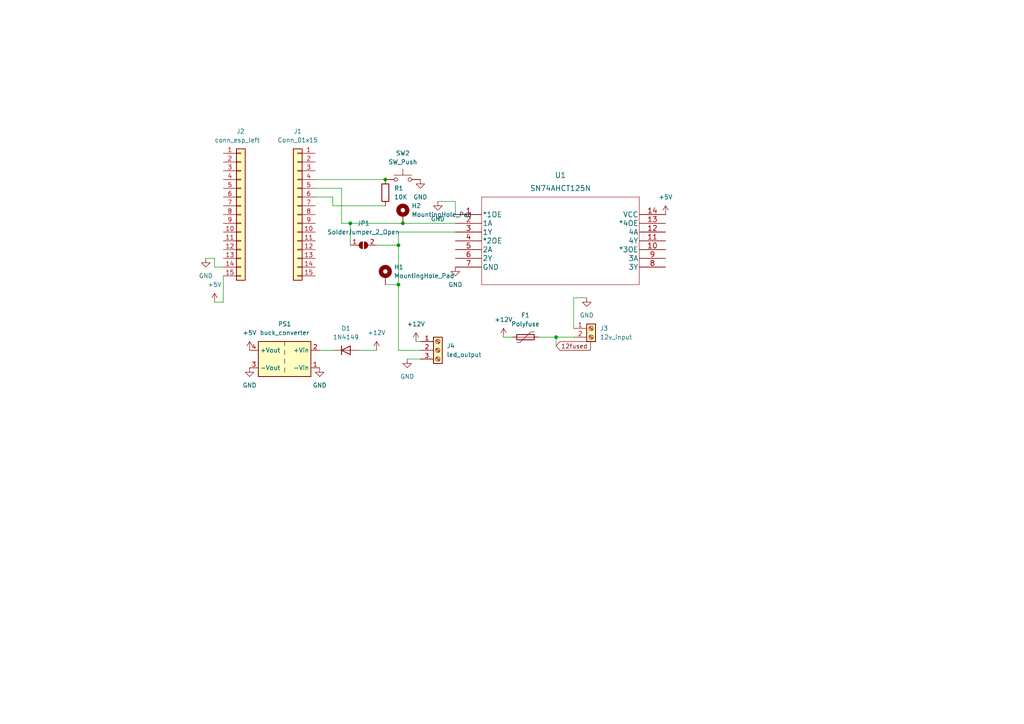
<source format=kicad_sch>
(kicad_sch (version 20211123) (generator eeschema)
  (paper "A4")
  (title_block (title "wled"))
  (lib_symbols
    (symbol "2022-02-15_16-55-44:SN74AHCT125N" (pin_names (offset 0.254))
      (property "Reference" "U" (at 30.48 10.16 0))
      (property "Value" "SN74AHCT125N" (at 30.48 7.62 0))
      (symbol "SN74AHCT125N_1_1"
        (polyline (pts (xy 7.62 -20.32) (xy 53.34 -20.32)) (stroke (width 0.127)))
        (polyline (pts (xy 7.62 5.08) (xy 7.62 -20.32)) (stroke (width 0.127)))
        (polyline (pts (xy 53.34 -20.32) (xy 53.34 5.08)) (stroke (width 0.127)))
        (polyline (pts (xy 53.34 5.08) (xy 7.62 5.08)) (stroke (width 0.127)))
        (pin input line (at 0 0 0) (length 7.62) (name "*1OE") (number "1"))
        (pin input line (at 60.96 -10.16 180) (length 7.62) (name "*3OE") (number "10"))
        (pin unspecified line (at 60.96 -7.62 180) (length 7.62) (name "4Y") (number "11"))
        (pin input line (at 60.96 -5.08 180) (length 7.62) (name "4A") (number "12"))
        (pin input line (at 60.96 -2.54 180) (length 7.62) (name "*4OE") (number "13"))
        (pin power_in line (at 60.96 0 180) (length 7.62) (name "VCC") (number "14"))
        (pin input line (at 0 -2.54 0) (length 7.62) (name "1A") (number "2"))
        (pin unspecified line (at 0 -5.08 0) (length 7.62) (name "1Y") (number "3"))
        (pin input line (at 0 -7.62 0) (length 7.62) (name "*2OE") (number "4"))
        (pin input line (at 0 -10.16 0) (length 7.62) (name "2A") (number "5"))
        (pin unspecified line (at 0 -12.7 0) (length 7.62) (name "2Y") (number "6"))
        (pin power_in line (at 0 -15.24 0) (length 7.62) (name "GND") (number "7"))
        (pin unspecified line (at 60.96 -15.24 180) (length 7.62) (name "3Y") (number "8"))
        (pin input line (at 60.96 -12.7 180) (length 7.62) (name "3A") (number "9"))
      )
    )
    (symbol "Connector:Screw_Terminal_01x02" (pin_names (offset 1.016) hide)
      (property "Reference" "J" (at 0 2.54 0))
      (property "Value" "Screw_Terminal_01x02" (at 0 -5.08 0))
      (symbol "Screw_Terminal_01x02_1_1"
        (rectangle (start -1.27 1.27) (end 1.27 -3.81) (stroke (width 0.254)) (fill (type background)))
        (circle (center 0 -2.54) (radius 0.635) (stroke (width 0.1524)))
        (polyline (pts (xy -0.5334 -2.2098) (xy 0.3302 -3.048)) (stroke (width 0.1524)))
        (polyline (pts (xy -0.5334 0.3302) (xy 0.3302 -0.508)) (stroke (width 0.1524)))
        (polyline (pts (xy -0.3556 -2.032) (xy 0.508 -2.8702)) (stroke (width 0.1524)))
        (polyline (pts (xy -0.3556 0.508) (xy 0.508 -0.3302)) (stroke (width 0.1524)))
        (circle (center 0 0) (radius 0.635) (stroke (width 0.1524)))
        (pin passive line (at -5.08 0 0) (length 3.81) (name "Pin_1") (number "1"))
        (pin passive line (at -5.08 -2.54 0) (length 3.81) (name "Pin_2") (number "2"))
      )
    )
    (symbol "Connector:Screw_Terminal_01x03" (pin_names (offset 1.016) hide)
      (property "Reference" "J" (at 0 5.08 0))
      (property "Value" "Screw_Terminal_01x03" (at 0 -5.08 0))
      (symbol "Screw_Terminal_01x03_1_1"
        (rectangle (start -1.27 3.81) (end 1.27 -3.81) (stroke (width 0.254)) (fill (type background)))
        (circle (center 0 -2.54) (radius 0.635) (stroke (width 0.1524)))
        (polyline (pts (xy -0.5334 -2.2098) (xy 0.3302 -3.048)) (stroke (width 0.1524)))
        (polyline (pts (xy -0.5334 0.3302) (xy 0.3302 -0.508)) (stroke (width 0.1524)))
        (polyline (pts (xy -0.5334 2.8702) (xy 0.3302 2.032)) (stroke (width 0.1524)))
        (polyline (pts (xy -0.3556 -2.032) (xy 0.508 -2.8702)) (stroke (width 0.1524)))
        (polyline (pts (xy -0.3556 0.508) (xy 0.508 -0.3302)) (stroke (width 0.1524)))
        (polyline (pts (xy -0.3556 3.048) (xy 0.508 2.2098)) (stroke (width 0.1524)))
        (circle (center 0 0) (radius 0.635) (stroke (width 0.1524)))
        (circle (center 0 2.54) (radius 0.635) (stroke (width 0.1524)))
        (pin passive line (at -5.08 2.54 0) (length 3.81) (name "Pin_1") (number "1"))
        (pin passive line (at -5.08 0 0) (length 3.81) (name "Pin_2") (number "2"))
        (pin passive line (at -5.08 -2.54 0) (length 3.81) (name "Pin_3") (number "3"))
      )
    )
    (symbol "Connector_Generic:Conn_01x15" (pin_names (offset 1.016) hide)
      (property "Reference" "J" (at 0 20.32 0))
      (property "Value" "Conn_01x15" (at 0 -20.32 0))
      (symbol "Conn_01x15_1_1"
        (rectangle (start -1.27 -17.653) (end 0 -17.907) (stroke (width 0.1524)))
        (rectangle (start -1.27 -15.113) (end 0 -15.367) (stroke (width 0.1524)))
        (rectangle (start -1.27 -12.573) (end 0 -12.827) (stroke (width 0.1524)))
        (rectangle (start -1.27 -10.033) (end 0 -10.287) (stroke (width 0.1524)))
        (rectangle (start -1.27 -7.493) (end 0 -7.747) (stroke (width 0.1524)))
        (rectangle (start -1.27 -4.953) (end 0 -5.207) (stroke (width 0.1524)))
        (rectangle (start -1.27 -2.413) (end 0 -2.667) (stroke (width 0.1524)))
        (rectangle (start -1.27 0.127) (end 0 -0.127) (stroke (width 0.1524)))
        (rectangle (start -1.27 2.667) (end 0 2.413) (stroke (width 0.1524)))
        (rectangle (start -1.27 5.207) (end 0 4.953) (stroke (width 0.1524)))
        (rectangle (start -1.27 7.747) (end 0 7.493) (stroke (width 0.1524)))
        (rectangle (start -1.27 10.287) (end 0 10.033) (stroke (width 0.1524)))
        (rectangle (start -1.27 12.827) (end 0 12.573) (stroke (width 0.1524)))
        (rectangle (start -1.27 15.367) (end 0 15.113) (stroke (width 0.1524)))
        (rectangle (start -1.27 17.907) (end 0 17.653) (stroke (width 0.1524)))
        (rectangle (start -1.27 19.05) (end 1.27 -19.05) (stroke (width 0.254)) (fill (type background)))
        (pin passive line (at -5.08 17.78 0) (length 3.81) (name "Pin_1") (number "1"))
        (pin passive line (at -5.08 -5.08 0) (length 3.81) (name "Pin_10") (number "10"))
        (pin passive line (at -5.08 -7.62 0) (length 3.81) (name "Pin_11") (number "11"))
        (pin passive line (at -5.08 -10.16 0) (length 3.81) (name "Pin_12") (number "12"))
        (pin passive line (at -5.08 -12.7 0) (length 3.81) (name "Pin_13") (number "13"))
        (pin passive line (at -5.08 -15.24 0) (length 3.81) (name "Pin_14") (number "14"))
        (pin passive line (at -5.08 -17.78 0) (length 3.81) (name "Pin_15") (number "15"))
        (pin passive line (at -5.08 15.24 0) (length 3.81) (name "Pin_2") (number "2"))
        (pin passive line (at -5.08 12.7 0) (length 3.81) (name "Pin_3") (number "3"))
        (pin passive line (at -5.08 10.16 0) (length 3.81) (name "Pin_4") (number "4"))
        (pin passive line (at -5.08 7.62 0) (length 3.81) (name "Pin_5") (number "5"))
        (pin passive line (at -5.08 5.08 0) (length 3.81) (name "Pin_6") (number "6"))
        (pin passive line (at -5.08 2.54 0) (length 3.81) (name "Pin_7") (number "7"))
        (pin passive line (at -5.08 0 0) (length 3.81) (name "Pin_8") (number "8"))
        (pin passive line (at -5.08 -2.54 0) (length 3.81) (name "Pin_9") (number "9"))
      )
    )
    (symbol "Converter_DCDC:MEE1S1205SC"
      (property "Reference" "PS" (at -7.62 6.35 0))
      (property "Value" "MEE1S1205SC" (at 1.27 6.35 0))
      (symbol "MEE1S1205SC_0_0"
        (pin power_in line (at -10.16 -2.54 0) (length 2.54) (name "-Vin") (number "1"))
        (pin power_in line (at -10.16 2.54 0) (length 2.54) (name "+Vin") (number "2"))
        (pin power_out line (at 10.16 -2.54 180) (length 2.54) (name "-Vout") (number "3"))
        (pin power_out line (at 10.16 2.54 180) (length 2.54) (name "+Vout") (number "4"))
      )
      (symbol "MEE1S1205SC_0_1"
        (rectangle (start -7.62 5.08) (end 7.62 -5.08) (stroke (width 0.254)) (fill (type background)))
        (polyline (pts (xy 0 -2.54) (xy 0 -3.81)))
        (polyline (pts (xy 0 0) (xy 0 -1.27)))
        (polyline (pts (xy 0 2.54) (xy 0 1.27)))
        (polyline (pts (xy 0 5.08) (xy 0 3.81)))
      )
    )
    (symbol "Device:Polyfuse" (pin_numbers hide) (pin_names (offset 0))
      (property "Reference" "F" (at -2.54 0 90))
      (property "Value" "Polyfuse" (at 2.54 0 90))
      (symbol "Polyfuse_0_1"
        (rectangle (start -0.762 2.54) (end 0.762 -2.54) (stroke (width 0.254)))
        (polyline (pts (xy 0 2.54) (xy 0 -2.54)))
        (polyline (pts (xy -1.524 2.54) (xy -1.524 1.524) (xy 1.524 -1.524) (xy 1.524 -2.54)))
      )
      (symbol "Polyfuse_1_1"
        (pin passive line (at 0 3.81 270) (length 1.27) (name "~") (number "1"))
        (pin passive line (at 0 -3.81 90) (length 1.27) (name "~") (number "2"))
      )
    )
    (symbol "Device:R" (pin_numbers hide) (pin_names (offset 0))
      (property "Reference" "R" (at 2.032 0 90))
      (property "Value" "R" (at 0 0 90))
      (symbol "R_0_1"
        (rectangle (start -1.016 -2.54) (end 1.016 2.54) (stroke (width 0.254)))
      )
      (symbol "R_1_1"
        (pin passive line (at 0 3.81 270) (length 1.27) (name "~") (number "1"))
        (pin passive line (at 0 -3.81 90) (length 1.27) (name "~") (number "2"))
      )
    )
    (symbol "Diode:1N4149" (pin_numbers hide) (pin_names (offset 1.016) hide)
      (property "Reference" "D" (at 0 2.54 0))
      (property "Value" "1N4149" (at 0 -2.54 0))
      (symbol "1N4149_0_1"
        (polyline (pts (xy -1.27 1.27) (xy -1.27 -1.27)) (stroke (width 0.254)))
        (polyline (pts (xy 1.27 0) (xy -1.27 0)))
        (polyline (pts (xy 1.27 1.27) (xy 1.27 -1.27) (xy -1.27 0) (xy 1.27 1.27)) (stroke (width 0.254)))
      )
      (symbol "1N4149_1_1"
        (pin passive line (at -3.81 0 0) (length 2.54) (name "K") (number "1"))
        (pin passive line (at 3.81 0 180) (length 2.54) (name "A") (number "2"))
      )
    )
    (symbol "Jumper:SolderJumper_2_Open" (pin_names (offset 0) hide)
      (property "Reference" "JP" (at 0 2.032 0))
      (property "Value" "SolderJumper_2_Open" (at 0 -2.54 0))
      (symbol "SolderJumper_2_Open_0_1"
        (arc (start -0.254 1.016) (mid -1.27 0) (end -0.254 -1.016))
        (arc (start -0.254 1.016) (mid -1.27 0) (end -0.254 -1.016) (fill (type outline)))
        (polyline (pts (xy -0.254 1.016) (xy -0.254 -1.016)))
        (polyline (pts (xy 0.254 1.016) (xy 0.254 -1.016)))
        (arc (start 0.254 -1.016) (mid 1.27 0) (end 0.254 1.016))
        (arc (start 0.254 -1.016) (mid 1.27 0) (end 0.254 1.016) (fill (type outline)))
      )
      (symbol "SolderJumper_2_Open_1_1"
        (pin passive line (at -3.81 0 0) (length 2.54) (name "A") (number "1"))
        (pin passive line (at 3.81 0 180) (length 2.54) (name "B") (number "2"))
      )
    )
    (symbol "Mechanical:MountingHole_Pad" (pin_numbers hide) (pin_names (offset 1.016) hide)
      (property "Reference" "H" (at 0 6.35 0))
      (property "Value" "MountingHole_Pad" (at 0 4.445 0))
      (symbol "MountingHole_Pad_0_1"
        (circle (center 0 1.27) (radius 1.27) (stroke (width 1.27)))
      )
      (symbol "MountingHole_Pad_1_1"
        (pin input line (at 0 -2.54 90) (length 2.54) (name "1") (number "1"))
      )
    )
    (symbol "Switch:SW_Push" (pin_numbers hide) (pin_names (offset 1.016) hide)
      (property "Reference" "SW" (at 1.27 2.54 0))
      (property "Value" "SW_Push" (at 0 -1.524 0))
      (symbol "SW_Push_0_1"
        (circle (center -2.032 0) (radius 0.508))
        (polyline (pts (xy 0 1.27) (xy 0 3.048)))
        (polyline (pts (xy 2.54 1.27) (xy -2.54 1.27)))
        (circle (center 2.032 0) (radius 0.508))
        (pin passive line (at -5.08 0 0) (length 2.54) (name "1") (number "1"))
        (pin passive line (at 5.08 0 180) (length 2.54) (name "2") (number "2"))
      )
    )
    (symbol "power:+12V" (power) (pin_names (offset 0))
      (property "Value" "+12V" (at 0 3.556 0))
      (symbol "+12V_0_1"
        (polyline (pts (xy -0.762 1.27) (xy 0 2.54)))
        (polyline (pts (xy 0 0) (xy 0 2.54)))
        (polyline (pts (xy 0 2.54) (xy 0.762 1.27)))
      )
      (symbol "+12V_1_1"
        (pin power_in line (at 0 0 90) (length 0) hide (name "+12V") (number "1"))
      )
    )
    (symbol "power:+5V" (power) (pin_names (offset 0))
      (property "Value" "+5V" (at 0 3.556 0))
      (symbol "+5V_0_1"
        (polyline (pts (xy -0.762 1.27) (xy 0 2.54)))
        (polyline (pts (xy 0 0) (xy 0 2.54)))
        (polyline (pts (xy 0 2.54) (xy 0.762 1.27)))
      )
      (symbol "+5V_1_1"
        (pin power_in line (at 0 0 90) (length 0) hide (name "+5V") (number "1"))
      )
    )
    (symbol "power:GND" (power) (pin_names (offset 0))
      (property "Value" "GND" (at 0 -3.81 0))
      (symbol "GND_0_1"
        (polyline (pts (xy 0 0) (xy 0 -1.27) (xy 1.27 -1.27) (xy 0 -2.54) (xy -1.27 -1.27) (xy 0 -1.27)))
      )
      (symbol "GND_1_1"
        (pin power_in line (at 0 0 270) (length 0) hide (name "GND") (number "1"))
      )
    )
  )
  (junction (at 161.29 97.79))
  (junction (at 101.6 64.77))
  (junction (at 116.84 64.77))
  (junction (at 115.57 71.12))
  (junction (at 111.76 52.07))
  (junction (at 115.57 82.55))
  (wire (pts (xy 99.06 64.77) (xy 101.6 64.77)))
  (wire (pts (xy 101.6 64.77) (xy 116.84 64.77)))
  (wire (pts (xy 91.44 52.07) (xy 111.76 52.07)))
  (wire (pts (xy 115.57 67.31) (xy 115.57 71.12)))
  (wire (pts (xy 96.52 59.69) (xy 96.52 57.15)))
  (wire (pts (xy 127 58.42) (xy 132.08 58.42)))
  (wire (pts (xy 116.84 64.77) (xy 132.08 64.77)))
  (wire (pts (xy 118.11 104.14) (xy 121.92 104.14)))
  (wire (pts (xy 96.52 101.6) (xy 92.71 101.6)))
  (wire (pts (xy 115.57 71.12) (xy 115.57 82.55)))
  (wire (pts (xy 111.76 82.55) (xy 115.57 82.55)))
  (wire (pts (xy 132.08 67.31) (xy 115.57 67.31)))
  (wire (pts (xy 96.52 59.69) (xy 111.76 59.69)))
  (wire (pts (xy 121.92 99.06) (xy 120.65 99.06)))
  (wire (pts (xy 101.6 64.77) (xy 101.6 71.12)))
  (wire (pts (xy 166.37 86.36) (xy 170.18 86.36)))
  (wire (pts (xy 166.37 95.25) (xy 166.37 86.36)))
  (wire (pts (xy 64.77 80.01) (xy 64.77 87.63)))
  (wire (pts (xy 62.23 74.93) (xy 62.23 77.47)))
  (wire (pts (xy 161.29 97.79) (xy 161.29 100.33)))
  (wire (pts (xy 161.29 97.79) (xy 166.37 97.79)))
  (wire (pts (xy 115.57 101.6) (xy 121.92 101.6)))
  (wire (pts (xy 91.44 54.61) (xy 99.06 54.61)))
  (wire (pts (xy 115.57 82.55) (xy 115.57 101.6)))
  (wire (pts (xy 104.14 101.6) (xy 109.22 101.6)))
  (wire (pts (xy 62.23 77.47) (xy 64.77 77.47)))
  (wire (pts (xy 91.44 57.15) (xy 96.52 57.15)))
  (wire (pts (xy 146.05 97.79) (xy 148.59 97.79)))
  (wire (pts (xy 99.06 54.61) (xy 99.06 64.77)))
  (wire (pts (xy 132.08 58.42) (xy 132.08 62.23)))
  (wire (pts (xy 109.22 71.12) (xy 115.57 71.12)))
  (wire (pts (xy 156.21 97.79) (xy 161.29 97.79)))
  (wire (pts (xy 62.23 87.63) (xy 64.77 87.63)))
  (wire (pts (xy 59.69 74.93) (xy 62.23 74.93)))
  (global_label "12fused" (shape input) (at 161.29 100.33 0) (property "Intersheet References" "${INTERSHEET_REFS}" (effects hide)))
  (symbol (lib_id "power:GND") (at 127 58.42 0) (unit 1)
    (property "Reference" "#PWR0103" (effects hide))
    (property "Value" "GND" (at 127 63.5 0))
  )
  (symbol (lib_id "Converter_DCDC:MEE1S1205SC") (at 82.55 104.14 0) (mirror y) (unit 1)
    (property "Reference" "PS1" (at 82.55 93.98 0))
    (property "Value" "buck_converter" (at 82.55 96.52 0))
    (property "Footprint" "SN75AHCT125N:mini560_AR7" (effects hide))
    (property "Datasheet" "https://power.murata.com/pub/data/power/ncl/kdc_mee1.pdf" (effects hide))
  )
  (symbol (lib_id "power:+5V") (at 193.04 62.23 0) (unit 1)
    (property "Reference" "#PWR0109" (effects hide))
    (property "Value" "+5V" (at 193.04 57.15 0))
  )
  (symbol (lib_id "power:GND") (at 59.69 74.93 0) (unit 1)
    (property "Reference" "#PWR0114" (effects hide))
    (property "Value" "GND" (at 59.69 80.01 0))
  )
  (symbol (lib_id "2022-02-15_16-55-44:SN74AHCT125N") (at 132.08 62.23 0) (unit 1)
    (property "Reference" "U1" (at 162.56 50.8 0) (effects (font (size 1.524 1.524))))
    (property "Value" "SN74AHCT125N" (at 162.56 54.61 0) (effects (font (size 1.524 1.524))))
    (property "Footprint" "SN75AHCT125N:SN74AHCT125N" (effects hide))
  )
  (symbol (lib_id "Diode:1N4149") (at 100.33 101.6 0) (unit 1)
    (property "Reference" "D1" (at 100.33 95.25 0))
    (property "Value" "1N4149" (at 100.33 97.79 0))
    (property "Footprint" "Diode_THT:D_DO-35_SOD27_P7.62mm_Horizontal" (effects hide))
    (property "Datasheet" "http://www.microsemi.com/document-portal/doc_view/11580-lds-0239" (effects hide))
  )
  (symbol (lib_id "Mechanical:MountingHole_Pad") (at 116.84 62.23 0) (unit 1)
    (property "Reference" "H2" (at 119.38 59.6899 0) (effects (justify left)))
    (property "Value" "MountingHole_Pad" (at 119.38 62.2299 0) (effects (justify left)))
    (property "Footprint" "Connector_Pin:Pin_D1.0mm_L10.0mm" (effects hide))
  )
  (symbol (lib_id "power:GND") (at 72.39 106.68 0) (unit 1)
    (property "Reference" "#PWR0102" (effects hide))
    (property "Value" "GND" (at 72.39 111.76 0))
  )
  (symbol (lib_id "Device:R") (at 111.76 55.88 0) (unit 1)
    (property "Reference" "R1" (at 114.3 54.6099 0) (effects (justify left)))
    (property "Value" "10K" (at 114.3 57.1499 0) (effects (justify left)))
    (property "Footprint" "Resistor_THT:R_Axial_DIN0207_L6.3mm_D2.5mm_P10.16mm_Horizontal" (effects hide))
  )
  (symbol (lib_id "power:+12V") (at 109.22 101.6 0) (unit 1)
    (property "Reference" "#PWR0110" (effects hide))
    (property "Value" "+12V" (at 109.22 96.52 0))
  )
  (symbol (lib_id "Switch:SW_Push") (at 116.84 52.07 0) (unit 1)
    (property "Reference" "SW2" (at 116.84 44.45 0))
    (property "Value" "SW_Push" (at 116.84 46.99 0))
    (property "Footprint" "SN75AHCT125N:button_pianoswitch" (effects hide))
  )
  (symbol (lib_id "power:GND") (at 132.08 77.47 0) (unit 1)
    (property "Reference" "#PWR0105" (effects hide))
    (property "Value" "GND" (at 132.08 82.55 0))
  )
  (symbol (lib_id "power:+5V") (at 62.23 87.63 0) (unit 1)
    (property "Reference" "#PWR0113" (effects hide))
    (property "Value" "+5V" (at 62.23 82.55 0))
  )
  (symbol (lib_id "Device:Polyfuse") (at 152.4 97.79 90) (unit 1)
    (property "Reference" "F1" (at 152.4 91.44 90))
    (property "Value" "Polyfuse" (at 152.4 93.98 90))
    (property "Footprint" "Fuse:Fuse_Bourns_MF-RHT500" (effects hide))
  )
  (symbol (lib_id "Mechanical:MountingHole_Pad") (at 111.76 80.01 0) (unit 1)
    (property "Reference" "H1" (at 114.3 77.4699 0) (effects (justify left)))
    (property "Value" "MountingHole_Pad" (at 114.3 80.0099 0) (effects (justify left)))
    (property "Footprint" "Connector_Pin:Pin_D1.0mm_L10.0mm" (effects hide))
  )
  (symbol (lib_id "power:GND") (at 121.92 52.07 0) (unit 1)
    (property "Reference" "#PWR0104" (effects hide))
    (property "Value" "GND" (at 121.92 57.15 0))
  )
  (symbol (lib_id "Jumper:SolderJumper_2_Open") (at 105.41 71.12 0) (unit 1)
    (property "Reference" "JP1" (at 105.41 64.77 0))
    (property "Value" "SolderJumper_2_Open" (at 105.41 67.31 0))
    (property "Footprint" "Jumper:SolderJumper-2_P1.3mm_Open_RoundedPad1.0x1.5mm" (effects hide))
  )
  (symbol (lib_id "Connector:Screw_Terminal_01x03") (at 127 101.6 0) (unit 1)
    (property "Reference" "J4" (at 129.54 100.3299 0) (effects (justify left)))
    (property "Value" "led_output" (at 129.54 102.8699 0) (effects (justify left)))
    (property "Footprint" "TerminalBlock:TerminalBlock_bornier-3_P5.08mm" (effects hide))
  )
  (symbol (lib_id "power:+5V") (at 72.39 101.6 0) (unit 1)
    (property "Reference" "#PWR0112" (effects hide))
    (property "Value" "+5V" (at 72.39 96.52 0))
  )
  (symbol (lib_id "Connector_Generic:Conn_01x15") (at 86.36 62.23 0) (mirror y) (unit 1)
    (property "Reference" "J1" (at 86.36 38.1 0))
    (property "Value" "Conn_01x15" (at 86.36 40.64 0))
    (property "Footprint" "Connector_PinSocket_2.54mm:PinSocket_1x15_P2.54mm_Vertical" (effects hide))
  )
  (symbol (lib_id "power:GND") (at 118.11 104.14 0) (unit 1)
    (property "Reference" "#PWR0101" (effects hide))
    (property "Value" "GND" (at 118.11 109.22 0))
  )
  (symbol (lib_id "Connector_Generic:Conn_01x15") (at 69.85 62.23 0) (unit 1)
    (property "Reference" "J2" (at 68.58 38.1 0) (effects (justify left)))
    (property "Value" "conn_esp_left" (at 62.23 40.64 0) (effects (justify left)))
    (property "Footprint" "Connector_PinSocket_2.54mm:PinSocket_1x15_P2.54mm_Vertical" (effects hide))
  )
  (symbol (lib_id "power:GND") (at 92.71 106.68 0) (unit 1)
    (property "Reference" "#PWR0111" (effects hide))
    (property "Value" "GND" (at 92.71 111.76 0))
  )
  (symbol (lib_id "power:+12V") (at 146.05 97.79 0) (unit 1)
    (property "Reference" "#PWR0107" (effects hide))
    (property "Value" "+12V" (at 146.05 92.71 0))
  )
  (symbol (lib_id "power:+12V") (at 120.65 99.06 0) (unit 1)
    (property "Reference" "#PWR0106" (effects hide))
    (property "Value" "+12V" (at 120.65 93.98 0))
  )
  (symbol (lib_id "power:GND") (at 170.18 86.36 0) (unit 1)
    (property "Reference" "#PWR0108" (effects hide))
    (property "Value" "GND" (at 170.18 91.44 0))
  )
  (symbol (lib_id "Connector:Screw_Terminal_01x02") (at 171.45 95.25 0) (unit 1)
    (property "Reference" "J3" (at 173.99 95.2499 0) (effects (justify left)))
    (property "Value" "12v_input" (at 173.99 97.7899 0) (effects (justify left)))
    (property "Footprint" "TerminalBlock:TerminalBlock_bornier-2_P5.08mm" (effects hide))
  )
)
</source>
